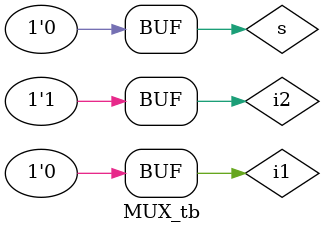
<source format=sv>
module MUX (
    input i1, i2, s,
    output reg o1
);

always @* begin
    if (s == 1) begin
        o1 = i1;
    end
    else begin
        o1 = i2;
    end
end
endmodule
module MUX_tb();

reg i1, i2, s;
wire o1;
MUX uut0 (.i1(i1),.i2(i2),.s(s),.o1(o1));
initial begin
    i1 = 0;
    i2 = 1;
    s = 1;
    #15;
    i1 = 1;
    i2 = 0;
    s = 1;
    #15;
    i1 = 1;
    i2 = 0;
    s = 0;
    #15;
    i1 = 0;
    i2 = 1;
    s = 0;
    #15;
end
endmodule 
</source>
